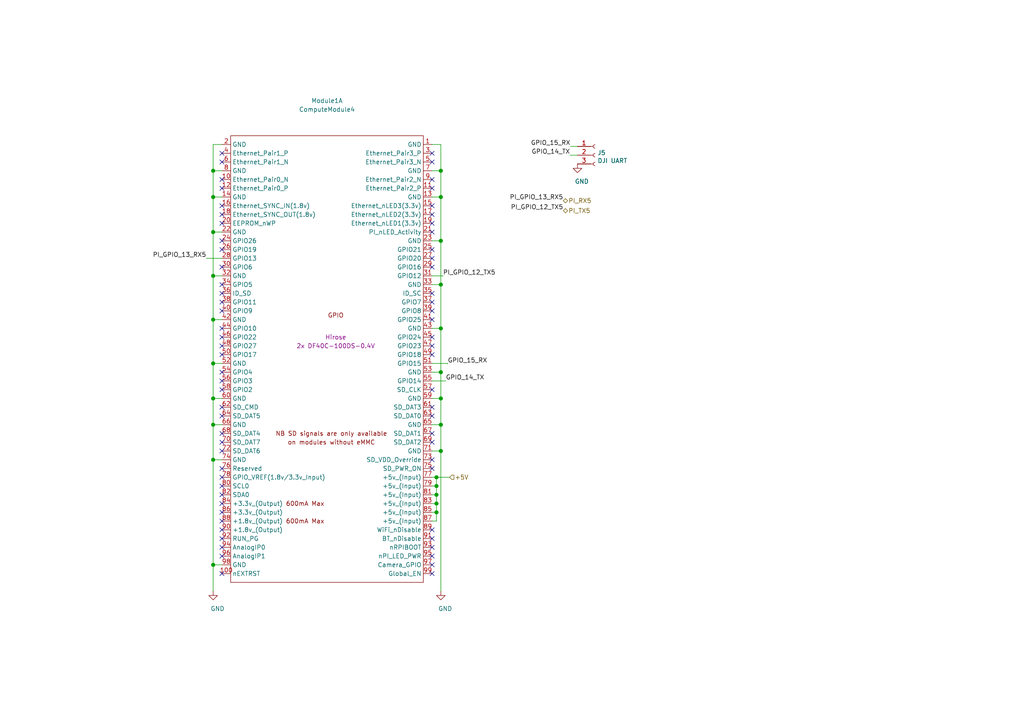
<source format=kicad_sch>
(kicad_sch (version 20200828) (generator eeschema)
  (page 6 7)
  (paper "A4")
  (lib_symbols
    (symbol "CM4IO:ComputeModule4-CM4"
      (property "Reference" "Module" (at 113.03 -68.58 0))
      (property "Value" "ComputeModule4-CM4" (at 140.97 2.54 0))
      (property "Field4" "Hirose" (at 0 0 0))
      (property "Field5" "2x DF40C-100DS-0.4V" (at 0 -2.54 0))
      (symbol "ComputeModule4-CM4_1_0"
        (text "GPIO" (at 0 6.35 0) (effects (font (size 1.27 1.27))))
      )
      (symbol "ComputeModule4-CM4_1_1"
        (text "600mA Max" (at -8.89 -53.34 0) (effects (font (size 1.27 1.27))))
        (text "600mA Max" (at -8.89 -48.26 0) (effects (font (size 1.27 1.27))))
        (text "NB SD signals are only available" (at -1.27 -27.94 0) (effects (font (size 1.27 1.27))))
        (text "on modules without eMMC" (at -1.27 -30.48 0) (effects (font (size 1.27 1.27))))
        (rectangle (start -30.48 -71.12) (end 25.4 58.42))
        (pin power_in line (at 27.94 55.88 180) (length 2.54) (name "GND") (number "1"))
        (pin passive line (at -33.02 45.72 0) (length 2.54) (name "Ethernet_Pair0_N") (number "10"))
        (pin output line (at -33.02 -68.58 0) (length 2.54) (name "nEXTRST") (number "100"))
        (pin passive line (at 27.94 43.18 180) (length 2.54) (name "Ethernet_Pair2_P") (number "11"))
        (pin passive line (at -33.02 43.18 0) (length 2.54) (name "Ethernet_Pair0_P") (number "12"))
        (pin power_in line (at 27.94 40.64 180) (length 2.54) (name "GND") (number "13"))
        (pin power_in line (at -33.02 40.64 0) (length 2.54) (name "GND") (number "14"))
        (pin output line (at 27.94 38.1 180) (length 2.54) (name "Ethernet_nLED3(3.3v)") (number "15"))
        (pin input line (at -33.02 38.1 0) (length 2.54) (name "Ethernet_SYNC_IN(1.8v)") (number "16"))
        (pin output line (at 27.94 35.56 180) (length 2.54) (name "Ethernet_nLED2(3.3v)") (number "17"))
        (pin input line (at -33.02 35.56 0) (length 2.54) (name "Ethernet_SYNC_OUT(1.8v)") (number "18"))
        (pin output line (at 27.94 33.02 180) (length 2.54) (name "Ethernet_nLED1(3.3v)") (number "19"))
        (pin power_in line (at -33.02 55.88 0) (length 2.54) (name "GND") (number "2"))
        (pin passive line (at -33.02 33.02 0) (length 2.54) (name "EEPROM_nWP") (number "20"))
        (pin open_collector line (at 27.94 30.48 180) (length 2.54) (name "PI_nLED_Activity") (number "21"))
        (pin power_in line (at -33.02 30.48 0) (length 2.54) (name "GND") (number "22"))
        (pin power_in line (at 27.94 27.94 180) (length 2.54) (name "GND") (number "23"))
        (pin passive line (at -33.02 27.94 0) (length 2.54) (name "GPIO26") (number "24"))
        (pin passive line (at 27.94 25.4 180) (length 2.54) (name "GPIO21") (number "25"))
        (pin passive line (at -33.02 25.4 0) (length 2.54) (name "GPIO19") (number "26"))
        (pin passive line (at 27.94 22.86 180) (length 2.54) (name "GPIO20") (number "27"))
        (pin passive line (at -33.02 22.86 0) (length 2.54) (name "GPIO13") (number "28"))
        (pin passive line (at 27.94 20.32 180) (length 2.54) (name "GPIO16") (number "29"))
        (pin passive line (at 27.94 53.34 180) (length 2.54) (name "Ethernet_Pair3_P") (number "3"))
        (pin passive line (at -33.02 20.32 0) (length 2.54) (name "GPIO6") (number "30"))
        (pin passive line (at 27.94 17.78 180) (length 2.54) (name "GPIO12") (number "31"))
        (pin power_in line (at -33.02 17.78 0) (length 2.54) (name "GND") (number "32"))
        (pin power_in line (at 27.94 15.24 180) (length 2.54) (name "GND") (number "33"))
        (pin passive line (at -33.02 15.24 0) (length 2.54) (name "GPIO5") (number "34"))
        (pin passive line (at 27.94 12.7 180) (length 2.54) (name "ID_SC") (number "35"))
        (pin passive line (at -33.02 12.7 0) (length 2.54) (name "ID_SD") (number "36"))
        (pin passive line (at 27.94 10.16 180) (length 2.54) (name "GPIO7") (number "37"))
        (pin passive line (at -33.02 10.16 0) (length 2.54) (name "GPIO11") (number "38"))
        (pin passive line (at 27.94 7.62 180) (length 2.54) (name "GPIO8") (number "39"))
        (pin passive line (at -33.02 53.34 0) (length 2.54) (name "Ethernet_Pair1_P") (number "4"))
        (pin passive line (at -33.02 7.62 0) (length 2.54) (name "GPIO9") (number "40"))
        (pin passive line (at 27.94 5.08 180) (length 2.54) (name "GPIO25") (number "41"))
        (pin power_in line (at -33.02 5.08 0) (length 2.54) (name "GND") (number "42"))
        (pin power_in line (at 27.94 2.54 180) (length 2.54) (name "GND") (number "43"))
        (pin passive line (at -33.02 2.54 0) (length 2.54) (name "GPIO10") (number "44"))
        (pin passive line (at 27.94 0 180) (length 2.54) (name "GPIO24") (number "45"))
        (pin passive line (at -33.02 0 0) (length 2.54) (name "GPIO22") (number "46"))
        (pin passive line (at 27.94 -2.54 180) (length 2.54) (name "GPIO23") (number "47"))
        (pin passive line (at -33.02 -2.54 0) (length 2.54) (name "GPIO27") (number "48"))
        (pin passive line (at 27.94 -5.08 180) (length 2.54) (name "GPIO18") (number "49"))
        (pin passive line (at 27.94 50.8 180) (length 2.54) (name "Ethernet_Pair3_N") (number "5"))
        (pin passive line (at -33.02 -5.08 0) (length 2.54) (name "GPIO17") (number "50"))
        (pin passive line (at 27.94 -7.62 180) (length 2.54) (name "GPIO15") (number "51"))
        (pin power_in line (at -33.02 -7.62 0) (length 2.54) (name "GND") (number "52"))
        (pin power_in line (at 27.94 -10.16 180) (length 2.54) (name "GND") (number "53"))
        (pin passive line (at -33.02 -10.16 0) (length 2.54) (name "GPIO4") (number "54"))
        (pin passive line (at 27.94 -12.7 180) (length 2.54) (name "GPIO14") (number "55"))
        (pin passive line (at -33.02 -12.7 0) (length 2.54) (name "GPIO3") (number "56"))
        (pin passive line (at 27.94 -15.24 180) (length 2.54) (name "SD_CLK") (number "57"))
        (pin passive line (at -33.02 -15.24 0) (length 2.54) (name "GPIO2") (number "58"))
        (pin power_in line (at 27.94 -17.78 180) (length 2.54) (name "GND") (number "59"))
        (pin passive line (at -33.02 50.8 0) (length 2.54) (name "Ethernet_Pair1_N") (number "6"))
        (pin power_in line (at -33.02 -17.78 0) (length 2.54) (name "GND") (number "60"))
        (pin passive line (at 27.94 -20.32 180) (length 2.54) (name "SD_DAT3") (number "61"))
        (pin passive line (at -33.02 -20.32 0) (length 2.54) (name "SD_CMD") (number "62"))
        (pin passive line (at 27.94 -22.86 180) (length 2.54) (name "SD_DAT0") (number "63"))
        (pin passive line (at -33.02 -22.86 0) (length 2.54) (name "SD_DAT5") (number "64"))
        (pin power_in line (at 27.94 -25.4 180) (length 2.54) (name "GND") (number "65"))
        (pin power_in line (at -33.02 -25.4 0) (length 2.54) (name "GND") (number "66"))
        (pin passive line (at 27.94 -27.94 180) (length 2.54) (name "SD_DAT1") (number "67"))
        (pin passive line (at -33.02 -27.94 0) (length 2.54) (name "SD_DAT4") (number "68"))
        (pin passive line (at 27.94 -30.48 180) (length 2.54) (name "SD_DAT2") (number "69"))
        (pin power_in line (at 27.94 48.26 180) (length 2.54) (name "GND") (number "7"))
        (pin passive line (at -33.02 -30.48 0) (length 2.54) (name "SD_DAT7") (number "70"))
        (pin power_in line (at 27.94 -33.02 180) (length 2.54) (name "GND") (number "71"))
        (pin passive line (at -33.02 -33.02 0) (length 2.54) (name "SD_DAT6") (number "72"))
        (pin input line (at 27.94 -35.56 180) (length 2.54) (name "SD_VDD_Override") (number "73"))
        (pin power_in line (at -33.02 -35.56 0) (length 2.54) (name "GND") (number "74"))
        (pin output line (at 27.94 -38.1 180) (length 2.54) (name "SD_PWR_ON") (number "75"))
        (pin passive line (at -33.02 -38.1 0) (length 2.54) (name "Reserved") (number "76"))
        (pin power_in line (at 27.94 -40.64 180) (length 2.54) (name "+5v_(Input)") (number "77"))
        (pin power_in line (at -33.02 -40.64 0) (length 2.54) (name "GPIO_VREF(1.8v/3.3v_Input)") (number "78"))
        (pin power_in line (at 27.94 -43.18 180) (length 2.54) (name "+5v_(Input)") (number "79"))
        (pin power_in line (at -33.02 48.26 0) (length 2.54) (name "GND") (number "8"))
        (pin passive line (at -33.02 -43.18 0) (length 2.54) (name "SCL0") (number "80"))
        (pin power_in line (at 27.94 -45.72 180) (length 2.54) (name "+5v_(Input)") (number "81"))
        (pin passive line (at -33.02 -45.72 0) (length 2.54) (name "SDA0") (number "82"))
        (pin power_in line (at 27.94 -48.26 180) (length 2.54) (name "+5v_(Input)") (number "83"))
        (pin power_out line (at -33.02 -48.26 0) (length 2.54) (name "+3.3v_(Output)") (number "84"))
        (pin power_in line (at 27.94 -50.8 180) (length 2.54) (name "+5v_(Input)") (number "85"))
        (pin power_out line (at -33.02 -50.8 0) (length 2.54) (name "+3.3v_(Output)") (number "86"))
        (pin power_in line (at 27.94 -53.34 180) (length 2.54) (name "+5v_(Input)") (number "87"))
        (pin power_out line (at -33.02 -53.34 0) (length 2.54) (name "+1.8v_(Output)") (number "88"))
        (pin power_in line (at 27.94 -55.88 180) (length 2.54) (name "WiFi_nDisable") (number "89"))
        (pin passive line (at 27.94 45.72 180) (length 2.54) (name "Ethernet_Pair2_N") (number "9"))
        (pin power_out line (at -33.02 -55.88 0) (length 2.54) (name "+1.8v_(Output)") (number "90"))
        (pin power_in line (at 27.94 -58.42 180) (length 2.54) (name "BT_nDisable") (number "91"))
        (pin passive line (at -33.02 -58.42 0) (length 2.54) (name "RUN_PG") (number "92"))
        (pin input line (at 27.94 -60.96 180) (length 2.54) (name "nRPIBOOT") (number "93"))
        (pin passive line (at -33.02 -60.96 0) (length 2.54) (name "AnalogIP0") (number "94"))
        (pin output line (at 27.94 -63.5 180) (length 2.54) (name "nPI_LED_PWR") (number "95"))
        (pin passive line (at -33.02 -63.5 0) (length 2.54) (name "AnalogIP1") (number "96"))
        (pin passive line (at 27.94 -66.04 180) (length 2.54) (name "Camera_GPIO") (number "97"))
        (pin power_in line (at -33.02 -66.04 0) (length 2.54) (name "GND") (number "98"))
        (pin input line (at 27.94 -68.58 180) (length 2.54) (name "Global_EN") (number "99"))
      )
      (symbol "ComputeModule4-CM4_2_1"
        (text "High Speed Serial" (at 140.97 0 0) (effects (font (size 1.27 1.27))))
        (rectangle (start 114.3 -66.04) (end 165.1 63.5))
        (pin input line (at 170.18 60.96 180) (length 5.08) (name "USB_OTG_ID") (number "101"))
        (pin input line (at 109.22 60.96 0) (length 5.08) (name "PCIe_CLK_nREQ") (number "102"))
        (pin passive line (at 170.18 58.42 180) (length 5.08) (name "USB2_N") (number "103"))
        (pin passive line (at 109.22 58.42 0) (length 5.08) (name "Reserved") (number "104"))
        (pin passive line (at 170.18 55.88 180) (length 5.08) (name "USB2_P") (number "105"))
        (pin passive line (at 109.22 55.88 0) (length 5.08) (name "Reserved") (number "106"))
        (pin power_in line (at 170.18 53.34 180) (length 5.08) (name "GND") (number "107"))
        (pin power_in line (at 109.22 53.34 0) (length 5.08) (name "GND") (number "108"))
        (pin bidirectional line (at 170.18 50.8 180) (length 5.08) (name "PCIe_nRST") (number "109"))
        (pin output line (at 109.22 50.8 0) (length 5.08) (name "PCIe_CLK_P") (number "110"))
        (pin passive line (at 170.18 48.26 180) (length 5.08) (name "VDAC_COMP") (number "111"))
        (pin output line (at 109.22 48.26 0) (length 5.08) (name "PCIe_CLK_N") (number "112"))
        (pin power_in line (at 170.18 45.72 180) (length 5.08) (name "GND") (number "113"))
        (pin power_in line (at 109.22 45.72 0) (length 5.08) (name "GND") (number "114"))
        (pin input line (at 170.18 43.18 180) (length 5.08) (name "CAM1_D0_N") (number "115"))
        (pin input line (at 109.22 43.18 0) (length 5.08) (name "PCIe_RX_P") (number "116"))
        (pin input line (at 170.18 40.64 180) (length 5.08) (name "CAM1_D0_P") (number "117"))
        (pin input line (at 109.22 40.64 0) (length 5.08) (name "PCIe_RX_N") (number "118"))
        (pin power_in line (at 170.18 38.1 180) (length 5.08) (name "GND") (number "119"))
        (pin power_in line (at 109.22 38.1 0) (length 5.08) (name "GND") (number "120"))
        (pin input line (at 170.18 35.56 180) (length 5.08) (name "CAM1_D1_N") (number "121"))
        (pin output line (at 109.22 35.56 0) (length 5.08) (name "PCIe_TX_P") (number "122"))
        (pin input line (at 170.18 33.02 180) (length 5.08) (name "CAM1_D1_P") (number "123"))
        (pin output line (at 109.22 33.02 0) (length 5.08) (name "PCIe_TX_N") (number "124"))
        (pin power_in line (at 170.18 30.48 180) (length 5.08) (name "GND") (number "125"))
        (pin power_in line (at 109.22 30.48 0) (length 5.08) (name "GND") (number "126"))
        (pin input line (at 170.18 27.94 180) (length 5.08) (name "CAM1_C_N") (number "127"))
        (pin input line (at 109.22 27.94 0) (length 5.08) (name "CAM0_D0_N") (number "128"))
        (pin input line (at 170.18 25.4 180) (length 5.08) (name "CAM1_C_P") (number "129"))
        (pin input line (at 109.22 25.4 0) (length 5.08) (name "CAM0_D0_P") (number "130"))
        (pin power_in line (at 170.18 22.86 180) (length 5.08) (name "GND") (number "131"))
        (pin power_in line (at 109.22 22.86 0) (length 5.08) (name "GND") (number "132"))
        (pin input line (at 170.18 20.32 180) (length 5.08) (name "CAM1_D2_N") (number "133"))
        (pin input line (at 109.22 20.32 0) (length 5.08) (name "CAM0_D1_N") (number "134"))
        (pin input line (at 170.18 17.78 180) (length 5.08) (name "CAM1_D2_P") (number "135"))
        (pin input line (at 109.22 17.78 0) (length 5.08) (name "CAM0_D1_P") (number "136"))
        (pin power_in line (at 170.18 15.24 180) (length 5.08) (name "GND") (number "137"))
        (pin power_in line (at 109.22 15.24 0) (length 5.08) (name "GND") (number "138"))
        (pin input line (at 170.18 12.7 180) (length 5.08) (name "CAM1_D3_N") (number "139"))
        (pin input line (at 109.22 12.7 0) (length 5.08) (name "CAM0_C_N") (number "140"))
        (pin input line (at 170.18 10.16 180) (length 5.08) (name "CAM1_D3_P") (number "141"))
        (pin input line (at 109.22 10.16 0) (length 5.08) (name "CAM0_C_P") (number "142"))
        (pin input line (at 170.18 7.62 180) (length 5.08) (name "HDMI1_HOTPLUG") (number "143"))
        (pin power_in line (at 109.22 7.62 0) (length 5.08) (name "GND") (number "144"))
        (pin bidirectional line (at 170.18 5.08 180) (length 5.08) (name "HDMI1_SDA") (number "145"))
        (pin output line (at 109.22 5.08 0) (length 5.08) (name "HDMI1_TX2_P") (number "146"))
        (pin open_collector line (at 170.18 2.54 180) (length 5.08) (name "HDMI1_SCL") (number "147"))
        (pin output line (at 109.22 2.54 0) (length 5.08) (name "HDMI1_TX2_N") (number "148"))
        (pin open_collector line (at 170.18 0 180) (length 5.08) (name "HDMI1_CEC") (number "149"))
        (pin power_in line (at 109.22 0 0) (length 5.08) (name "GND") (number "150"))
        (pin open_collector line (at 170.18 -2.54 180) (length 5.08) (name "HDMI0_CEC") (number "151"))
        (pin output line (at 109.22 -2.54 0) (length 5.08) (name "HDMI1_TX1_P") (number "152"))
        (pin input line (at 170.18 -5.08 180) (length 5.08) (name "HDMI0_HOTPLUG") (number "153"))
        (pin output line (at 109.22 -5.08 0) (length 5.08) (name "HDMI1_TX1_N") (number "154"))
        (pin power_in line (at 170.18 -7.62 180) (length 5.08) (name "GND") (number "155"))
        (pin power_in line (at 109.22 -7.62 0) (length 5.08) (name "GND") (number "156"))
        (pin output line (at 170.18 -10.16 180) (length 5.08) (name "DSI0_D0_N") (number "157"))
        (pin output line (at 109.22 -10.16 0) (length 5.08) (name "HDMI1_TX0_P") (number "158"))
        (pin output line (at 170.18 -12.7 180) (length 5.08) (name "DSI0_D0_P") (number "159"))
        (pin output line (at 109.22 -12.7 0) (length 5.08) (name "HDMI1_TX0_N") (number "160"))
        (pin power_in line (at 170.18 -15.24 180) (length 5.08) (name "GND") (number "161"))
        (pin power_in line (at 109.22 -15.24 0) (length 5.08) (name "GND") (number "162"))
        (pin output line (at 170.18 -17.78 180) (length 5.08) (name "DSI0_D1_N") (number "163"))
        (pin output line (at 109.22 -17.78 0) (length 5.08) (name "HDMI1_CLK_P") (number "164"))
        (pin output line (at 170.18 -20.32 180) (length 5.08) (name "DSI0_D1_P") (number "165"))
        (pin output line (at 109.22 -20.32 0) (length 5.08) (name "HDMI1_CLK_N") (number "166"))
        (pin power_in line (at 170.18 -22.86 180) (length 5.08) (name "GND") (number "167"))
        (pin power_in line (at 109.22 -22.86 0) (length 5.08) (name "GND") (number "168"))
        (pin output line (at 170.18 -25.4 180) (length 5.08) (name "DSI0_C_N") (number "169"))
        (pin output line (at 109.22 -25.4 0) (length 5.08) (name "HDMI0_TX2_P") (number "170"))
        (pin output line (at 170.18 -27.94 180) (length 5.08) (name "DSI0_C_P") (number "171"))
        (pin output line (at 109.22 -27.94 0) (length 5.08) (name "HDMI0_TX2_N") (number "172"))
        (pin power_in line (at 170.18 -30.48 180) (length 5.08) (name "GND") (number "173"))
        (pin power_in line (at 109.22 -30.48 0) (length 5.08) (name "GND") (number "174"))
        (pin output line (at 170.18 -33.02 180) (length 5.08) (name "DSI1_D0_N") (number "175"))
        (pin output line (at 109.22 -33.02 0) (length 5.08) (name "HDMI0_TX1_P") (number "176"))
        (pin output line (at 170.18 -35.56 180) (length 5.08) (name "DSI1_D0_P") (number "177"))
        (pin output line (at 109.22 -35.56 0) (length 5.08) (name "HDMI0_TX1_N") (number "178"))
        (pin power_in line (at 170.18 -38.1 180) (length 5.08) (name "GND") (number "179"))
        (pin power_in line (at 109.22 -38.1 0) (length 5.08) (name "GND") (number "180"))
        (pin output line (at 170.18 -40.64 180) (length 5.08) (name "DSI1_D1_N") (number "181"))
        (pin output line (at 109.22 -40.64 0) (length 5.08) (name "HDMI0_TX0_P") (number "182"))
        (pin output line (at 170.18 -43.18 180) (length 5.08) (name "DSI1_D1_P") (number "183"))
        (pin output line (at 109.22 -43.18 0) (length 5.08) (name "HDMI0_TX0_N") (number "184"))
        (pin power_in line (at 170.18 -45.72 180) (length 5.08) (name "GND") (number "185"))
        (pin power_in line (at 109.22 -45.72 0) (length 5.08) (name "GND") (number "186"))
        (pin output line (at 170.18 -48.26 180) (length 5.08) (name "DSI1_C_N") (number "187"))
        (pin output line (at 109.22 -48.26 0) (length 5.08) (name "HDMI0_CLK_P") (number "188"))
        (pin output line (at 170.18 -50.8 180) (length 5.08) (name "DSI1_C_P") (number "189"))
        (pin output line (at 109.22 -50.8 0) (length 5.08) (name "HDMI0_CLK_N") (number "190"))
        (pin power_in line (at 170.18 -53.34 180) (length 5.08) (name "GND") (number "191"))
        (pin power_in line (at 109.22 -53.34 0) (length 5.08) (name "GND") (number "192"))
        (pin output line (at 170.18 -55.88 180) (length 5.08) (name "DSI1_D2_N") (number "193"))
        (pin output line (at 109.22 -55.88 0) (length 5.08) (name "DSI1_D3_N") (number "194"))
        (pin output line (at 170.18 -58.42 180) (length 5.08) (name "DSI1_D2_P") (number "195"))
        (pin output line (at 109.22 -58.42 0) (length 5.08) (name "DSI1_D3_P") (number "196"))
        (pin power_in line (at 170.18 -60.96 180) (length 5.08) (name "GND") (number "197"))
        (pin power_in line (at 109.22 -60.96 0) (length 5.08) (name "GND") (number "198"))
        (pin bidirectional line (at 170.18 -63.5 180) (length 5.08) (name "HDMI0_SDA") (number "199"))
        (pin open_collector line (at 109.22 -63.5 0) (length 5.08) (name "HDMI0_SCL") (number "200"))
      )
    )
    (symbol "Connector:Conn_01x03_Female" (pin_names (offset 1.016) hide)
      (property "Reference" "J" (at 0 5.08 0))
      (property "Value" "Conn_01x03_Female" (at 0 -5.08 0))
      (symbol "Conn_01x03_Female_1_1"
        (arc (start 0 -2.032) (end 0 -3.048) (radius (at 0 -2.54) (length 0.508) (angles 90.1 -90.1)) (stroke (width 0.1524)))
        (arc (start 0 0.508) (end 0 -0.508) (radius (at 0 0) (length 0.508) (angles 90.1 -90.1)) (stroke (width 0.1524)))
        (arc (start 0 3.048) (end 0 2.032) (radius (at 0 2.54) (length 0.508) (angles 90.1 -90.1)) (stroke (width 0.1524)))
        (polyline (pts (xy -1.27 -2.54) (xy -0.508 -2.54)) (stroke (width 0.1524)))
        (polyline (pts (xy -1.27 0) (xy -0.508 0)) (stroke (width 0.1524)))
        (polyline (pts (xy -1.27 2.54) (xy -0.508 2.54)) (stroke (width 0.1524)))
        (pin passive line (at -5.08 2.54 0) (length 3.81) (name "Pin_1") (number "1"))
        (pin passive line (at -5.08 0 0) (length 3.81) (name "Pin_2") (number "2"))
        (pin passive line (at -5.08 -2.54 0) (length 3.81) (name "Pin_3") (number "3"))
      )
    )
    (symbol "power:GND" (power) (pin_names (offset 0))
      (property "Value" "GND" (at 0 -3.81 0))
      (symbol "GND_0_1"
        (polyline (pts (xy 0 0) (xy 0 -1.27) (xy 1.27 -1.27) (xy 0 -2.54) (xy -1.27 -1.27) (xy 0 -1.27)))
      )
      (symbol "GND_1_1"
        (pin power_in line (at 0 0 270) (length 0) hide (name "GND") (number "1"))
      )
    )
  )
  (junction (at 61.8236 49.53) (diameter 1.016))
  (junction (at 61.8236 57.15) (diameter 1.016))
  (junction (at 61.8236 67.31) (diameter 1.016))
  (junction (at 61.8236 80.01) (diameter 1.016))
  (junction (at 61.8236 92.71) (diameter 1.016))
  (junction (at 61.8236 105.41) (diameter 1.016))
  (junction (at 61.8236 115.57) (diameter 1.016))
  (junction (at 61.8236 123.19) (diameter 1.016))
  (junction (at 61.8236 133.35) (diameter 1.016))
  (junction (at 61.8236 163.83) (diameter 1.016))
  (junction (at 126.5936 138.43) (diameter 1.016))
  (junction (at 126.5936 140.97) (diameter 1.016))
  (junction (at 126.5936 143.51) (diameter 1.016))
  (junction (at 126.5936 146.05) (diameter 1.016))
  (junction (at 126.5936 148.59) (diameter 1.016))
  (junction (at 127.8636 49.53) (diameter 1.016))
  (junction (at 127.8636 57.15) (diameter 1.016))
  (junction (at 127.8636 69.85) (diameter 1.016))
  (junction (at 127.8636 82.55) (diameter 1.016))
  (junction (at 127.8636 95.25) (diameter 1.016))
  (junction (at 127.8636 107.95) (diameter 1.016))
  (junction (at 127.8636 115.57) (diameter 1.016))
  (junction (at 127.8636 123.19) (diameter 1.016))
  (junction (at 127.8636 130.81) (diameter 1.016))
  (no_connect (at 64.3636 151.13))
  (no_connect (at 64.3636 85.09))
  (no_connect (at 125.3236 74.93))
  (no_connect (at 125.3236 163.83))
  (no_connect (at 64.3636 102.87))
  (no_connect (at 64.3636 161.29))
  (no_connect (at 125.3236 59.69))
  (no_connect (at 64.3636 148.59))
  (no_connect (at 64.3636 107.95))
  (no_connect (at 125.3236 67.31))
  (no_connect (at 125.3236 87.63))
  (no_connect (at 125.3236 64.77))
  (no_connect (at 64.3636 82.55))
  (no_connect (at 64.3636 128.27))
  (no_connect (at 64.3636 146.05))
  (no_connect (at 64.3636 166.37))
  (no_connect (at 64.3636 64.77))
  (no_connect (at 125.3236 62.23))
  (no_connect (at 64.3636 54.61))
  (no_connect (at 64.3636 125.73))
  (no_connect (at 125.3236 46.99))
  (no_connect (at 125.3236 125.73))
  (no_connect (at 64.3636 52.07))
  (no_connect (at 125.3236 118.11))
  (no_connect (at 125.3236 102.87))
  (no_connect (at 125.3236 52.07))
  (no_connect (at 125.3236 97.79))
  (no_connect (at 64.3636 135.89))
  (no_connect (at 64.3636 120.65))
  (no_connect (at 125.3236 166.37))
  (no_connect (at 64.3636 158.75))
  (no_connect (at 64.3636 72.39))
  (no_connect (at 64.3636 95.25))
  (no_connect (at 64.3636 62.23))
  (no_connect (at 125.3236 113.03))
  (no_connect (at 125.3236 92.71))
  (no_connect (at 125.3236 72.39))
  (no_connect (at 125.3236 133.35))
  (no_connect (at 125.3236 153.67))
  (no_connect (at 64.3636 97.79))
  (no_connect (at 125.3236 85.09))
  (no_connect (at 64.3636 69.85))
  (no_connect (at 125.3236 54.61))
  (no_connect (at 64.3636 110.49))
  (no_connect (at 64.3636 44.45))
  (no_connect (at 64.3636 156.21))
  (no_connect (at 125.3236 135.89))
  (no_connect (at 64.3636 153.67))
  (no_connect (at 64.3636 143.51))
  (no_connect (at 64.3636 118.11))
  (no_connect (at 125.3236 156.21))
  (no_connect (at 64.3636 46.99))
  (no_connect (at 64.3636 140.97))
  (no_connect (at 125.3236 161.29))
  (no_connect (at 64.3636 87.63))
  (no_connect (at 125.3236 77.47))
  (no_connect (at 64.3636 100.33))
  (no_connect (at 64.3636 90.17))
  (no_connect (at 125.3236 128.27))
  (no_connect (at 125.3236 120.65))
  (no_connect (at 64.3636 138.43))
  (no_connect (at 64.3636 113.03))
  (no_connect (at 64.3636 130.81))
  (no_connect (at 125.3236 44.45))
  (no_connect (at 125.3236 100.33))
  (no_connect (at 64.3636 59.69))
  (no_connect (at 125.3236 158.75))
  (no_connect (at 125.3236 90.17))
  (no_connect (at 64.3636 77.47))
  (wire (pts (xy 59.8424 74.93) (xy 64.3636 74.93)))
  (wire (pts (xy 61.8236 41.91) (xy 61.8236 49.53)))
  (wire (pts (xy 61.8236 49.53) (xy 61.8236 57.15)))
  (wire (pts (xy 61.8236 49.53) (xy 64.3636 49.53)))
  (wire (pts (xy 61.8236 57.15) (xy 61.8236 67.31)))
  (wire (pts (xy 61.8236 57.15) (xy 64.3636 57.15)))
  (wire (pts (xy 61.8236 67.31) (xy 61.8236 80.01)))
  (wire (pts (xy 61.8236 67.31) (xy 64.3636 67.31)))
  (wire (pts (xy 61.8236 80.01) (xy 61.8236 92.71)))
  (wire (pts (xy 61.8236 80.01) (xy 64.3636 80.01)))
  (wire (pts (xy 61.8236 92.71) (xy 61.8236 105.41)))
  (wire (pts (xy 61.8236 92.71) (xy 64.3636 92.71)))
  (wire (pts (xy 61.8236 105.41) (xy 61.8236 115.57)))
  (wire (pts (xy 61.8236 105.41) (xy 64.3636 105.41)))
  (wire (pts (xy 61.8236 115.57) (xy 61.8236 123.19)))
  (wire (pts (xy 61.8236 115.57) (xy 64.3636 115.57)))
  (wire (pts (xy 61.8236 123.19) (xy 61.8236 133.35)))
  (wire (pts (xy 61.8236 123.19) (xy 64.3636 123.19)))
  (wire (pts (xy 61.8236 133.35) (xy 61.8236 163.83)))
  (wire (pts (xy 61.8236 133.35) (xy 64.3636 133.35)))
  (wire (pts (xy 61.8236 163.83) (xy 61.8236 171.45)))
  (wire (pts (xy 61.8236 163.83) (xy 64.3636 163.83)))
  (wire (pts (xy 64.3636 41.91) (xy 61.8236 41.91)))
  (wire (pts (xy 125.3236 41.91) (xy 127.8636 41.91)))
  (wire (pts (xy 125.3236 49.53) (xy 127.8636 49.53)))
  (wire (pts (xy 125.3236 57.15) (xy 127.8636 57.15)))
  (wire (pts (xy 125.3236 69.85) (xy 127.8636 69.85)))
  (wire (pts (xy 125.3236 80.01) (xy 128.4732 80.01)))
  (wire (pts (xy 125.3236 82.55) (xy 127.8636 82.55)))
  (wire (pts (xy 125.3236 95.25) (xy 127.8636 95.25)))
  (wire (pts (xy 125.3236 105.41) (xy 129.8448 105.41)))
  (wire (pts (xy 125.3236 107.95) (xy 127.8636 107.95)))
  (wire (pts (xy 125.3236 110.49) (xy 129.286 110.49)))
  (wire (pts (xy 125.3236 115.57) (xy 127.8636 115.57)))
  (wire (pts (xy 125.3236 123.19) (xy 127.8636 123.19)))
  (wire (pts (xy 125.3236 130.81) (xy 127.8636 130.81)))
  (wire (pts (xy 125.3236 138.43) (xy 126.5936 138.43)))
  (wire (pts (xy 125.3236 140.97) (xy 126.5936 140.97)))
  (wire (pts (xy 125.3236 143.51) (xy 126.5936 143.51)))
  (wire (pts (xy 125.3236 146.05) (xy 126.5936 146.05)))
  (wire (pts (xy 125.3236 148.59) (xy 126.5936 148.59)))
  (wire (pts (xy 125.3236 151.13) (xy 126.5936 151.13)))
  (wire (pts (xy 126.5936 138.43) (xy 130.4036 138.43)))
  (wire (pts (xy 126.5936 140.97) (xy 126.5936 138.43)))
  (wire (pts (xy 126.5936 143.51) (xy 126.5936 140.97)))
  (wire (pts (xy 126.5936 146.05) (xy 126.5936 143.51)))
  (wire (pts (xy 126.5936 148.59) (xy 126.5936 146.05)))
  (wire (pts (xy 126.5936 151.13) (xy 126.5936 148.59)))
  (wire (pts (xy 127.8636 41.91) (xy 127.8636 49.53)))
  (wire (pts (xy 127.8636 49.53) (xy 127.8636 57.15)))
  (wire (pts (xy 127.8636 57.15) (xy 127.8636 69.85)))
  (wire (pts (xy 127.8636 69.85) (xy 127.8636 82.55)))
  (wire (pts (xy 127.8636 82.55) (xy 127.8636 95.25)))
  (wire (pts (xy 127.8636 95.25) (xy 127.8636 107.95)))
  (wire (pts (xy 127.8636 107.95) (xy 127.8636 115.57)))
  (wire (pts (xy 127.8636 115.57) (xy 127.8636 123.19)))
  (wire (pts (xy 127.8636 123.19) (xy 127.8636 130.81)))
  (wire (pts (xy 127.8636 130.81) (xy 127.8636 171.45)))
  (wire (pts (xy 128.4732 80.01) (xy 128.4732 80.0608)))
  (wire (pts (xy 129.8448 105.41) (xy 129.8448 105.5624)))
  (wire (pts (xy 165.354 45.0088) (xy 167.4876 45.0088)))
  (wire (pts (xy 165.4556 42.4688) (xy 167.4876 42.4688)))
  (label "PI_GPIO_13_RX5" (at 59.8424 74.93 180))
  (label "PI_GPIO_12_TX5" (at 128.4732 80.0608 0))
  (label "GPIO_14_TX" (at 129.286 110.49 0))
  (label "GPIO_15_RX" (at 129.8448 105.5624 0))
  (label "PI_GPIO_13_RX5" (at 163.3728 58.2168 180))
  (label "PI_GPIO_12_TX5" (at 163.3728 61.1124 180))
  (label "GPIO_14_TX" (at 165.354 45.0088 180))
  (label "GPIO_15_RX" (at 165.4556 42.4688 180))
  (hierarchical_label "+5V" (shape input) (at 130.4036 138.43 0))
  (hierarchical_label "PI_RX5" (shape bidirectional) (at 163.3728 58.2168 0))
  (hierarchical_label "PI_TX5" (shape bidirectional) (at 163.3728 61.1124 0))
  (symbol (lib_id "power:GND") (at 61.8236 171.45 0) (unit 1)
    (property "Reference" "#PWR069" (effects hide))
    (property "Value" "GND" (at 63.0936 176.53 0))
  )
  (symbol (lib_id "power:GND") (at 127.8636 171.45 0) (unit 1)
    (property "Reference" "#PWR070" (effects hide))
    (property "Value" "GND" (at 129.1336 176.53 0))
  )
  (symbol (lib_id "power:GND") (at 167.4876 47.5488 0) (unit 1)
    (property "Reference" "#PWR068" (effects hide))
    (property "Value" "GND" (at 168.7576 52.6288 0))
  )
  (symbol (lib_id "Connector:Conn_01x03_Female") (at 172.5676 45.0088 0) (unit 1)
    (property "Reference" "J5" (at 173.2789 44.3166 0) (effects (justify left)))
    (property "Value" "DJI UART" (at 173.279 46.6156 0) (effects (justify left)))
    (property "Footprint" "Connector_Molex:Molex_PicoBlade_53261-0371_1x03-1MP_P1.25mm_Horizontal" (effects hide))
  )
  (symbol (lib_id "CM4IO:ComputeModule4-CM4") (at 97.3836 97.79 0) (unit 1)
    (property "Reference" "Module1" (at 94.844 29.21 0))
    (property "Value" "ComputeModule4" (at 94.844 31.75 0))
    (property "Footprint" "CM4IO:Raspberry-Pi-4-Compute-Module" (effects hide))
    (property "Field4" "Hirose" (at 97.3836 97.79 0))
    (property "Field5" "2x DF40C-100DS-0.4V" (at 97.3836 100.33 0))
    (property "Digi-Key_PN" "2x H11615CT-ND" (effects hide))
    (property "Digi-Key_PN (Alt)" "2x H124602CT-ND" (effects hide))
  )
)
</source>
